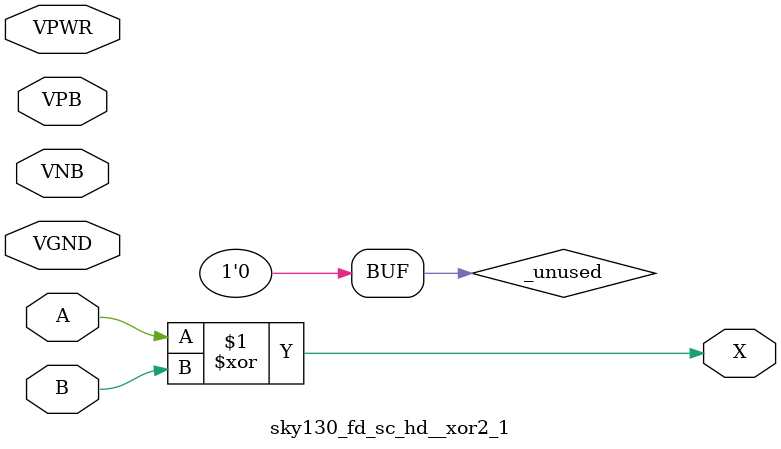
<source format=v>


module sky130_fd_sc_hd__udp_mux_2to1 (
    output wire X ,
    input  wire A0,
    input  wire A1,
    input  wire S
);

    assign X = S ? A1 : A0;

endmodule

module sky130_fd_sc_hd__udp_mux_4to2 (
    output wire X ,
    input  wire A0,
    input  wire A1,
    input  wire A2,
    input  wire A3,
    input  wire S0,
    input  wire S1
);

    wire [3:0] all_inputs;
    wire [1:0] all_select;

    assign all_inputs = {A3, A2, A1, A0};
    assign all_select = {S1, S0};

    assign X = all_inputs[all_select];

endmodule

module sky130_fd_sc_hd__udp_mux_2to1_N (
    output wire Y ,
    input  wire A0,
    input  wire A1,
    input  wire S
);

    assign Y = ~(S ? A1 : A0);

endmodule

module sky130_fd_sc_hd__udp_dlatch$lP_pp$PG$N (
    output reg  Q       ,
    input  wire D       ,
    input  wire GATE    ,
    input  wire NOTIFIER,
    input  wire VPWR    ,
    input  wire VGND
);

    always @(*) begin
        if (GATE) Q <= D;
    end

    wire _unused;
    assign _unused = &{ 1'b0, NOTIFIER, VPWR, VGND };

endmodule

module sky130_fd_sc_hd__udp_dlatch$PR_pp$PG$N (
    output reg  Q       ,
    input  wire D       ,
    input  wire GATE    ,
    input  wire RESET   ,
    input  wire NOTIFIER,
    input  wire VPWR    ,
    input  wire VGND
);

    always @(*) begin
        if (RESET) begin
            Q <= 'd0;
        end if (GATE) begin
            Q <= D;
        end
    end

    wire _unused;
    assign _unused = &{ 1'b0, NOTIFIER, VPWR, VGND };

endmodule

module sky130_fd_sc_hd__udp_dlatch$P_pp$PG$N (
    output reg  Q       ,
    input  wire D       ,
    input  wire GATE    ,
    input  wire NOTIFIER,
    input  wire VPWR    ,
    input  wire VGND
);

    always @(*) begin
        if (GATE) Q <= D;
    end

    wire _unused;
    assign _unused = &{ 1'b0, NOTIFIER, VPWR, VGND };

endmodule

module sky130_fd_sc_hd__udp_dff$P_pp$PG$N (
    output reg  Q       ,
    input  wire D       ,
    input  wire CLK     ,
    input  wire NOTIFIER,
    input  wire VPWR    ,
    input  wire VGND
);

    always @(posedge CLK) begin
        Q <= D;
    end

    wire _unused;
    assign _unused = &{ 1'b0, NOTIFIER, VPWR, VGND };

endmodule

module sky130_fd_sc_hd__udp_dff$PS_pp$PG$N (
    output reg  Q       ,
    input  wire D       ,
    input  wire CLK     ,
    input  wire SET    ,
    input  wire NOTIFIER,
    input  wire VPWR    ,
    input  wire VGND
);

    always @(posedge CLK, posedge SET) begin
        if (SET) begin
            Q <= 1'b1;
        end else begin
            Q <= D;
        end
    end

    wire _unused;
    assign _unused = &{ 1'b0, NOTIFIER, VPWR, VGND };

endmodule

module sky130_fd_sc_hd__udp_dff$PR_pp$PG$N (
    output reg  Q       ,
    input  wire D       ,
    input  wire CLK     ,
    input  wire RESET   ,
    input  wire NOTIFIER,
    input  wire VPWR    ,
    input  wire VGND
);

    always @(posedge CLK, posedge RESET) begin
        if (RESET) begin
            Q <= 1'b0;
        end else begin
            Q <= D;
        end
    end

    wire _unused;
    assign _unused = &{ 1'b0, NOTIFIER, VPWR, VGND };

endmodule

module sky130_fd_sc_hd__udp_dff$NSR_pp$PG$N (
    output reg  Q       ,
    input  wire SET     ,
    input  wire RESET   ,
    input  wire CLK_N   ,
    input  wire D       ,
    input  wire NOTIFIER,
    input  wire VPWR    ,
    input  wire VGND
);

    always @(negedge CLK_N, posedge RESET, posedge SET) begin
        if (RESET) begin
            Q <= 1'b0;
        end else if (SET) begin
            Q <= 1'b1;
        end else begin
            Q <= D;
        end
    end

    wire _unused;
    assign _unused = &{ 1'b0, NOTIFIER, VPWR, VGND };

endmodule

module sky130_fd_sc_hd__udp_pwrgood_pp$G (
    output wire UDP_OUT,
    input  wire UDP_IN ,
    input  wire VGND
);

    assign UDP_OUT = UDP_IN && !VGND;

endmodule

module sky130_fd_sc_hd__udp_pwrgood_pp$P (
    output wire UDP_OUT,
    input  wire UDP_IN ,
    input  wire VPWR
);

    assign UDP_OUT = UDP_IN && VPWR;

endmodule

module sky130_fd_sc_hd__udp_pwrgood_pp$PG (
    output wire UDP_OUT,
    input  wire UDP_IN ,
    input  wire VPWR   ,
    input  wire VGND
);

    assign UDP_OUT = UDP_IN && VPWR && !VGND;

endmodule

module sky130_fd_sc_hd__udp_pwrgood$l_pp$PG (
    output wire UDP_OUT,
    input  wire UDP_IN ,
    input  wire VPWR   ,
    input  wire VGND
);

    assign UDP_OUT = UDP_IN && VPWR && !VGND;

endmodule

module sky130_fd_sc_hd__udp_pwrgood$l_pp$PG$S (
    output wire UDP_OUT,
    input  wire UDP_IN ,
    input  wire VPWR   ,
    input  wire VGND   ,
    input  wire SLEEP
);

    assign UDP_OUT = UDP_IN && VPWR && !VGND && !SLEEP;

endmodule


module sky130_fd_sc_hd__a211o_1(
    output wire X   ,
    input  wire A1  ,
    input  wire A2  ,
    input  wire B1  ,
    input  wire C1  ,
    input  wire VPWR,
    input  wire VGND,
    input  wire VPB ,
    input  wire VNB
);

    assign X = ((A1 & A2) | B1 | C1);

    wire _unused;
    assign _unused = &{ 1'b0, VPWR, VGND, VPB, VNB };

endmodule

module sky130_fd_sc_hd__a31o_1(
    output wire X   ,
    input  wire A1  ,
    input  wire A2  ,
    input  wire A3  ,
    input  wire B1  ,
    input  wire VPWR,
    input  wire VGND,
    input  wire VPB ,
    input  wire VNB
);

    assign X = ((A1 & A2 & A3) | B1);

    wire _unused;
    assign _unused = &{ 1'b0, VPWR, VGND, VPB, VNB };

endmodule

module sky130_fd_sc_hd__and2_1(
    output wire X   ,
    input  wire A   ,
    input  wire B   ,
    input  wire VPWR,
    input  wire VGND,
    input  wire VPB ,
    input  wire VNB
);

    assign X = A & B;

    wire _unused;
    assign _unused = &{ 1'b0, VPWR, VGND, VPB, VNB };

endmodule

module sky130_fd_sc_hd__and2_4(
    output wire X   ,
    input  wire A   ,
    input  wire B   ,
    input  wire VPWR,
    input  wire VGND,
    input  wire VPB ,
    input  wire VNB
);

    assign X = A & B;

    wire _unused;
    assign _unused = &{ 1'b0, VPWR, VGND, VPB, VNB };

endmodule

module sky130_fd_sc_hd__and2b_1(
    output wire X   ,
    input  wire A_N ,
    input  wire B   ,
    input  wire VPWR,
    input  wire VGND,
    input  wire VPB ,
    input  wire VNB
);

    assign X = (~A_N) & B;

    wire _unused;
    assign _unused = &{ 1'b0, VPWR, VGND, VPB, VNB };

endmodule

module sky130_fd_sc_hd__and2b_2(
    output wire X   ,
    input  wire A_N ,
    input  wire B   ,
    input  wire VPWR,
    input  wire VGND,
    input  wire VPB ,
    input  wire VNB
);

    assign X = (~A_N) & B;

    wire _unused;
    assign _unused = &{ 1'b0, VPWR, VGND, VPB, VNB };

endmodule

module sky130_fd_sc_hd__and3b_1(
    output wire X   ,
    input  wire A_N ,
    input  wire B   ,
    input  wire C   ,
    input  wire VPWR,
    input  wire VGND,
    input  wire VPB ,
    input  wire VNB
);

    assign X = (~A_N) & B & C;

    wire _unused;
    assign _unused = &{ 1'b0, VPWR, VGND, VPB, VNB };

endmodule

module sky130_fd_sc_hd__and3b_4(
    output wire X   ,
    input  wire A_N ,
    input  wire B   ,
    input  wire C   ,
    input  wire VPWR,
    input  wire VGND,
    input  wire VPB ,
    input  wire VNB
);

    assign X = (~A_N) & B & C;

    wire _unused;
    assign _unused = &{ 1'b0, VPWR, VGND, VPB, VNB };

endmodule

module sky130_fd_sc_hd__and4_1(
    output wire X   ,
    input  wire A   ,
    input  wire B   ,
    input  wire C   ,
    input  wire D   ,
    input  wire VPWR,
    input  wire VGND,
    input  wire VPB ,
    input  wire VNB
);

    assign X = A & B & C & D;

    wire _unused;
    assign _unused = &{ 1'b0, VPWR, VGND, VPB, VNB };

endmodule

module sky130_fd_sc_hd__and4b_1(
    output wire X   ,
    input  wire A_N ,
    input  wire B   ,
    input  wire C   ,
    input  wire D   ,
    input  wire VPWR,
    input  wire VGND,
    input  wire VPB ,
    input  wire VNB
);

    assign X = (~A_N) & B & C & D;

    wire _unused;
    assign _unused = &{ 1'b0, VPWR, VGND, VPB, VNB };

endmodule

module sky130_fd_sc_hd__and4bb_1(
    output wire X   ,
    input  wire A_N ,
    input  wire B_N ,
    input  wire C   ,
    input  wire D   ,
    input  wire VPWR,
    input  wire VGND,
    input  wire VPB ,
    input  wire VNB
);

    assign X = (~A_N) & (~B_N) & C & D;

    wire _unused;
    assign _unused = &{ 1'b0, VPWR, VGND, VPB, VNB };

endmodule

module sky130_fd_sc_hd__buf_1(
    output wire X   ,
    input  wire A   ,
    input  wire VPWR,
    input  wire VGND,
    input  wire VPB ,
    input  wire VNB
);

    assign X = A;

    wire _unused;
    assign _unused = &{ 1'b0, VPWR, VGND, VPB, VNB };

endmodule

module sky130_fd_sc_hd__buf_2(
    output wire X   ,
    input  wire A   ,
    input  wire VPWR,
    input  wire VGND,
    input  wire VPB ,
    input  wire VNB
);

    assign X = A;

    wire _unused;
    assign _unused = &{ 1'b0, VPWR, VGND, VPB, VNB };

endmodule

module sky130_fd_sc_hd__buf_4(
    output wire X   ,
    input  wire A   ,
    input  wire VPWR,
    input  wire VGND,
    input  wire VPB ,
    input  wire VNB
);

    assign X = A;

    wire _unused;
    assign _unused = &{ 1'b0, VPWR, VGND, VPB, VNB };

endmodule

module sky130_fd_sc_hd__clkinv_2(
    output wire Y   ,
    input  wire A   ,
    input  wire VPWR,
    input  wire VGND,
    input  wire VPB ,
    input  wire VNB
);

    assign Y = ~A;

    wire _unused;
    assign _unused = &{ 1'b0, VPWR, VGND, VPB, VNB };

endmodule

module sky130_fd_sc_hd__clkinv_4(
    output wire Y   ,
    input  wire A   ,
    input  wire VPWR,
    input  wire VGND,
    input  wire VPB ,
    input  wire VNB
);

    assign Y = ~A;

    wire _unused;
    assign _unused = &{ 1'b0, VPWR, VGND, VPB, VNB };

endmodule

module sky130_fd_sc_hd__clkbuf_2(
    output wire X   ,
    input  wire A   ,
    input  wire VPWR,
    input  wire VGND,
    input  wire VPB ,
    input  wire VNB
);

    assign X = A;

    wire _unused;
    assign _unused = &{ 1'b0, VPWR, VGND, VPB, VNB };

endmodule

module sky130_fd_sc_hd__clkbuf_4(
    output wire X   ,
    input  wire A   ,
    input  wire VPWR,
    input  wire VGND,
    input  wire VPB ,
    input  wire VNB
);

    assign X = A;

    wire _unused;
    assign _unused = &{ 1'b0, VPWR, VGND, VPB, VNB };

endmodule

module sky130_fd_sc_hd__clkbuf_8(
    output wire X   ,
    input  wire A   ,
    input  wire VPWR,
    input  wire VGND,
    input  wire VPB ,
    input  wire VNB
);

    assign X = A;

    wire _unused;
    assign _unused = &{ 1'b0, VPWR, VGND, VPB, VNB };

endmodule

module sky130_fd_sc_hd__clkdlybuf4s25_1(
    output wire X   ,
    input  wire A   ,
    input  wire VPWR,
    input  wire VGND,
    input  wire VPB ,
    input  wire VNB
);

    assign X = A;

    wire _unused;
    assign _unused = &{ 1'b0, VPWR, VGND, VPB, VNB };

endmodule

module sky130_fd_sc_hd__clkdlybuf4s50_1(
    output wire X   ,
    input  wire A   ,
    input  wire VPWR,
    input  wire VGND,
    input  wire VPB ,
    input  wire VNB
);

    assign X = A;

    wire _unused;
    assign _unused = &{ 1'b0, VPWR, VGND, VPB, VNB };

endmodule

module sky130_fd_sc_hd__clkinv_1(
    output wire Y   ,
    input  wire A   ,
    input  wire VPWR,
    input  wire VGND,
    input  wire VPB ,
    input  wire VNB
);

    assign Y = ~A;

    wire _unused;
    assign _unused = &{ 1'b0, VPWR, VGND, VPB, VNB };

endmodule

module sky130_fd_sc_hd__dfrtp_4(
    output reg  Q      ,
    input  wire CLK    ,
    input  wire D      ,
    input  wire RESET_B,
    input  wire VPWR   ,
    input  wire VGND   ,
    input  wire VPB    ,
    input  wire VNB
);

    wire RESET = ~RESET_B;

    always @(posedge CLK, posedge RESET) begin
        if (RESET) Q <= 'd0;
        else       Q <= D;
    end

    wire _unused;
    assign _unused = &{ 1'b0, VPWR, VGND, VPB, VNB };

endmodule

module sky130_fd_sc_hd__dfrtn_1(
    output reg  Q      ,
    input  wire CLK_N  ,
    input  wire D      ,
    input  wire RESET_B,
    input  wire VPWR   ,
    input  wire VGND   ,
    input  wire VPB    ,
    input  wire VNB
);

    wire CLK   = ~CLK_N;
    wire RESET = ~RESET_B;

    always @(posedge CLK, posedge RESET) begin
        if (RESET) Q <= 'd0;
        else       Q <= D;
    end

    wire _unused;
    assign _unused = &{ 1'b0, VPWR, VGND, VPB, VNB };

endmodule

module sky130_fd_sc_hd__dfrtp_1(
    output reg  Q      ,
    input  wire CLK    ,
    input  wire D      ,
    input  wire RESET_B,
    input  wire VPWR   ,
    input  wire VGND   ,
    input  wire VPB    ,
    input  wire VNB
);

    wire RESET = ~RESET_B;

    always @(posedge CLK, posedge RESET) begin
        if (RESET) Q <= 'd0;
        else       Q <= D;
    end

    wire _unused;
    assign _unused = &{ 1'b0, VPWR, VGND, VPB, VNB };

endmodule

module sky130_fd_sc_hd__dfsbp_1(
    output reg  Q    ,
    output wire Q_N  ,
    input  wire CLK  ,
    input  wire D    ,
    input  wire SET_B,
    input  wire VPWR ,
    input  wire VGND ,
    input  wire VPB  ,
    input  wire VNB
);

    wire SET = ~SET_B;

    always @(posedge CLK, posedge SET) begin
        if (SET) Q <= 'd1;
        else     Q <= D;
    end

    wire _unused;
    assign _unused = &{ 1'b0, VPWR, VGND, VPB, VNB };

assign Q_N = ~Q;

endmodule

module sky130_fd_sc_hd__dfxtp_1(
    output reg  Q   ,
    input  wire CLK ,
    input  wire D   ,
    input  wire VPWR,
    input  wire VGND,
    input  wire VPB ,
    input  wire VNB
);

    always @(posedge CLK) begin
        Q <= D;
    end

    wire _unused;
    assign _unused = &{ 1'b0, VPWR, VGND, VPB, VNB };

endmodule

module sky130_fd_sc_hd__dfxtp_4(
    output reg  Q   ,
    input  wire CLK ,
    input  wire D   ,
    input  wire VPWR,
    input  wire VGND,
    input  wire VPB ,
    input  wire VNB
);

    always @(posedge CLK) begin
        Q <= D;
    end

    wire _unused;
    assign _unused = &{ 1'b0, VPWR, VGND, VPB, VNB };

endmodule

module sky130_fd_sc_hd__dlclkp_1(
    output wire GCLK,
    input  wire GATE,
    input  wire CLK ,
    input  wire VPWR,
    input  wire VGND,
    input  wire VPB ,
    input  wire VNB
);

    reg gate_q;

    always @(negedge CLK) gate_q <= GATE;

    assign GCLK = gate_q & CLK;

    wire _unused;
    assign _unused = &{ 1'b0, VPWR, VGND, VPB, VNB };

endmodule

module sky130_fd_sc_hd__dlxtn_1(
    output reg  Q     ,
    input  wire D     ,
    input  wire GATE_N,
    input  wire VPWR  ,
    input  wire VGND  ,
    input  wire VPB   ,
    input  wire VNB
);

    always @(GATE_N, D) begin
        if (~GATE_N) Q <= D;
    end

    wire _unused;
    assign _unused = &{ 1'b0, VPWR, VGND, VPB, VNB };

endmodule

module sky130_fd_sc_hd__dlxtn_4(
    output reg  Q     ,
    input  wire D     ,
    input  wire GATE_N,
    input  wire VPWR  ,
    input  wire VGND  ,
    input  wire VPB   ,
    input  wire VNB
);

    always @(GATE_N, D) begin
        if (~GATE_N) Q <= D;
    end

    wire _unused;
    assign _unused = &{ 1'b0, VPWR, VGND, VPB, VNB };

endmodule

module sky130_fd_sc_hd__dlxtp_1(
    output reg  Q   ,
    input  wire D   ,
    input  wire GATE,
    input  wire VPWR,
    input  wire VGND,
    input  wire VPB ,
    input  wire VNB
);

    always @(GATE, D) begin
        if (GATE) Q <= D;
    end

    wire _unused;
    assign _unused = &{ 1'b0, VPWR, VGND, VPB, VNB };

endmodule

module sky130_fd_sc_hd__ebufn_1(
    output wire Z   ,
    input  wire A   ,
    input  wire TE_B,
    input  wire VPWR,
    input  wire VGND,
    input  wire VPB ,
    input  wire VNB
);

    assign Z = (~TE_B) ? A : 1'dZ;

    wire _unused;
    assign _unused = &{ 1'b0, VPWR, VGND, VPB, VNB };

endmodule

module sky130_fd_sc_hd__einvp_2(
    output wire Z   ,
    input  wire A   ,
    input  wire TE  ,
    input  wire VPWR,
    input  wire VGND,
    input  wire VPB ,
    input  wire VNB
);

    assign Z = TE ? (~A) : 1'dZ;

    wire _unused;
    assign _unused = &{ 1'b0, VPWR, VGND, VPB, VNB };

endmodule

module sky130_fd_sc_hd__fa_1(
    output wire COUT,
    output wire SUM ,
    input  wire A   ,
    input  wire B   ,
    input  wire CIN ,
    input  wire VPWR,
    input  wire VGND,
    input  wire VPB ,
    input  wire VNB
);

    assign { COUT, SUM } = (A + B + CIN);

    wire _unused;
    assign _unused = &{ 1'b0, VPWR, VGND, VPB, VNB };

endmodule

module sky130_fd_sc_hd__fa_2(
    output wire COUT,
    output wire SUM ,
    input  wire A   ,
    input  wire B   ,
    input  wire CIN ,
    input  wire VPWR,
    input  wire VGND,
    input  wire VPB ,
    input  wire VNB
);

    assign { COUT, SUM } = (A + B + CIN);

    wire _unused;
    assign _unused = &{ 1'b0, VPWR, VGND, VPB, VNB };

endmodule

module sky130_fd_sc_hd__inv_1(
    output wire Y   ,
    input  wire A   ,
    input  wire VPWR,
    input  wire VGND,
    input  wire VPB ,
    input  wire VNB
);

    assign Y = ~A;

    wire _unused;
    assign _unused = &{ 1'b0, VPWR, VGND, VPB, VNB };

endmodule

module sky130_fd_sc_hd__inv_4(
    output wire Y   ,
    input  wire A   ,
    input  wire VPWR,
    input  wire VGND,
    input  wire VPB ,
    input  wire VNB
);

    assign Y = ~A;

    wire _unused;
    assign _unused = &{ 1'b0, VPWR, VGND, VPB, VNB };

endmodule

module sky130_fd_sc_hd__mux2_1(
    output wire X   ,
    input  wire A0  ,
    input  wire A1  ,
    input  wire S   ,
    input  wire VPWR,
    input  wire VGND,
    input  wire VPB ,
    input  wire VNB
);

    assign X = S ? A1 : A0;

    wire _unused;
    assign _unused = &{ 1'b0, VPWR, VGND, VPB, VNB };

endmodule

module sky130_fd_sc_hd__mux2i_1(
    output wire Y   ,
    input  wire A0  ,
    input  wire A1  ,
    input  wire S   ,
    input  wire VPWR,
    input  wire VGND,
    input  wire VPB ,
    input  wire VNB
);

    assign Y = ~(S ? A1 : A0);

    wire _unused;
    assign _unused = &{ 1'b0, VPWR, VGND, VPB, VNB };

endmodule

module sky130_fd_sc_hd__mux4_1(
    output wire X   ,
    input  wire A0  ,
    input  wire A1  ,
    input  wire A2  ,
    input  wire A3  ,
    input  wire S0  ,
    input  wire S1  ,
    input  wire VPWR,
    input  wire VGND,
    input  wire VPB ,
    input  wire VNB
);

    wire [3:0] choices = { A3, A2, A1, A0 };
    wire [1:0] selects = { S1, S0 };

    assign X = choices[selects];

    wire _unused;
    assign _unused = &{ 1'b0, VPWR, VGND, VPB, VNB };

endmodule

module sky130_fd_sc_hd__nand2_1(
    output wire Y   ,
    input  wire A   ,
    input  wire B   ,
    input  wire VPWR,
    input  wire VGND,
    input  wire VPB ,
    input  wire VNB
);

    assign Y = ~(A & B);

    wire _unused;
    assign _unused = &{ 1'b0, VPWR, VGND, VPB, VNB };

endmodule

module sky130_fd_sc_hd__nand2_2(
    output wire Y   ,
    input  wire A   ,
    input  wire B   ,
    input  wire VPWR,
    input  wire VGND,
    input  wire VPB ,
    input  wire VNB
);

    assign Y = ~(A & B);

    wire _unused;
    assign _unused = &{ 1'b0, VPWR, VGND, VPB, VNB };

endmodule

module sky130_fd_sc_hd__nand3_2(
    output wire Y   ,
    input  wire A   ,
    input  wire B   ,
    input  wire C   ,
    input  wire VPWR,
    input  wire VGND,
    input  wire VPB ,
    input  wire VNB
);

    assign Y = ~(A & B & C);

    wire _unused;
    assign _unused = &{ 1'b0, VPWR, VGND, VPB, VNB };

endmodule

module sky130_fd_sc_hd__nand4_1(
    output wire Y   ,
    input  wire A   ,
    input  wire B   ,
    input  wire C   ,
    input  wire D   ,
    input  wire VPWR,
    input  wire VGND,
    input  wire VPB ,
    input  wire VNB
);

    assign Y = ~(A & B & C & D);

    wire _unused;
    assign _unused = &{ 1'b0, VPWR, VGND, VPB, VNB };

endmodule

module sky130_fd_sc_hd__nand4b_1(
    output wire Y   ,
    input  wire A_N ,
    input  wire B   ,
    input  wire C   ,
    input  wire D   ,
    input  wire VPWR,
    input  wire VGND,
    input  wire VPB ,
    input  wire VNB
);

    assign Y = ~((~A_N) & B & C & D);

    wire _unused;
    assign _unused = &{ 1'b0, VPWR, VGND, VPB, VNB };

endmodule

module sky130_fd_sc_hd__nand4bb_1(
    output wire Y   ,
    input  wire A_N ,
    input  wire B_N ,
    input  wire C   ,
    input  wire D   ,
    input  wire VPWR,
    input  wire VGND,
    input  wire VPB ,
    input  wire VNB
);

    assign Y = ~((~A_N) & (~B_N) & C & D);

    wire _unused;
    assign _unused = &{ 1'b0, VPWR, VGND, VPB, VNB };

endmodule

module sky130_fd_sc_hd__nor2_1(
    output wire Y   ,
    input  wire A   ,
    input  wire B   ,
    input  wire VPWR,
    input  wire VGND,
    input  wire VPB ,
    input  wire VNB
);

    assign Y = ~(A | B);

    wire _unused;
    assign _unused = &{ 1'b0, VPWR, VGND, VPB, VNB };

endmodule

module sky130_fd_sc_hd__nor4_1(
    output wire Y   ,
    input  wire A   ,
    input  wire B   ,
    input  wire C   ,
    input  wire D   ,
    input  wire VPWR,
    input  wire VGND,
    input  wire VPB ,
    input  wire VNB
);

    assign Y = ~(A | B | C | D);

    wire _unused;
    assign _unused = &{ 1'b0, VPWR, VGND, VPB, VNB };

endmodule

module sky130_fd_sc_hd__nor4b_1(
    output wire Y   ,
    input  wire A   ,
    input  wire B   ,
    input  wire C   ,
    input  wire D_N ,
    input  wire VPWR,
    input  wire VGND,
    input  wire VPB ,
    input  wire VNB
);

    assign Y = ~(A | B | C | (~D_N));

    wire _unused;
    assign _unused = &{ 1'b0, VPWR, VGND, VPB, VNB };

endmodule

module sky130_fd_sc_hd__o21a_1(
    output wire X   ,
    input  wire A1  ,
    input  wire A2  ,
    input  wire B1  ,
    input  wire VPWR,
    input  wire VGND,
    input  wire VPB ,
    input  wire VNB
);

    assign X = ((A1 | A2) & B1);

    wire _unused;
    assign _unused = &{ 1'b0, VPWR, VGND, VPB, VNB };

endmodule

module sky130_fd_sc_hd__or4_1(
    output wire X   ,
    input  wire A   ,
    input  wire B   ,
    input  wire C   ,
    input  wire D   ,
    input  wire VPWR,
    input  wire VGND,
    input  wire VPB ,
    input  wire VNB
);

    assign X = A | B | C | D;

    wire _unused;
    assign _unused = &{ 1'b0, VPWR, VGND, VPB, VNB };

endmodule

module sky130_fd_sc_hd__or4b_1(
    output wire X   ,
    input  wire A   ,
    input  wire B   ,
    input  wire C   ,
    input  wire D_N ,
    input  wire VPWR,
    input  wire VGND,
    input  wire VPB ,
    input  wire VNB
);

    assign X = A | B | C | (~D_N);

    wire _unused;
    assign _unused = &{ 1'b0, VPWR, VGND, VPB, VNB };

endmodule

module sky130_fd_sc_hd__sdfxtp_1(
    output reg  Q   ,
    input  wire CLK ,
    input  wire D   ,
    input  wire SCD ,
    input  wire SCE ,
    input  wire VPWR,
    input  wire VGND,
    input  wire VPB ,
    input  wire VNB
);

    wire choice;
    assign choice = SCE ? SCD : D;

    always @(posedge CLK) begin
        Q <= choice;
    end

    wire _unused;
    assign _unused = &{ 1'b0, VPWR, VGND, VPB, VNB };

endmodule

module sky130_fd_sc_hd__xnor2_1(
    output wire Y   ,
    input  wire A   ,
    input  wire B   ,
    input  wire VPWR,
    input  wire VGND,
    input  wire VPB ,
    input  wire VNB
);

    assign Y = !(A ^ B);

    wire _unused;
    assign _unused = &{ 1'b0, VPWR, VGND, VPB, VNB };

endmodule

module sky130_fd_sc_hd__xor2_1(
    output wire X   ,
    input  wire A   ,
    input  wire B   ,
    input  wire VPWR,
    input  wire VGND,
    input  wire VPB ,
    input  wire VNB
);
    assign X = A ^ B;

    wire _unused;
    assign _unused = &{ 1'b0, VPWR, VGND, VPB, VNB };

endmodule

</source>
